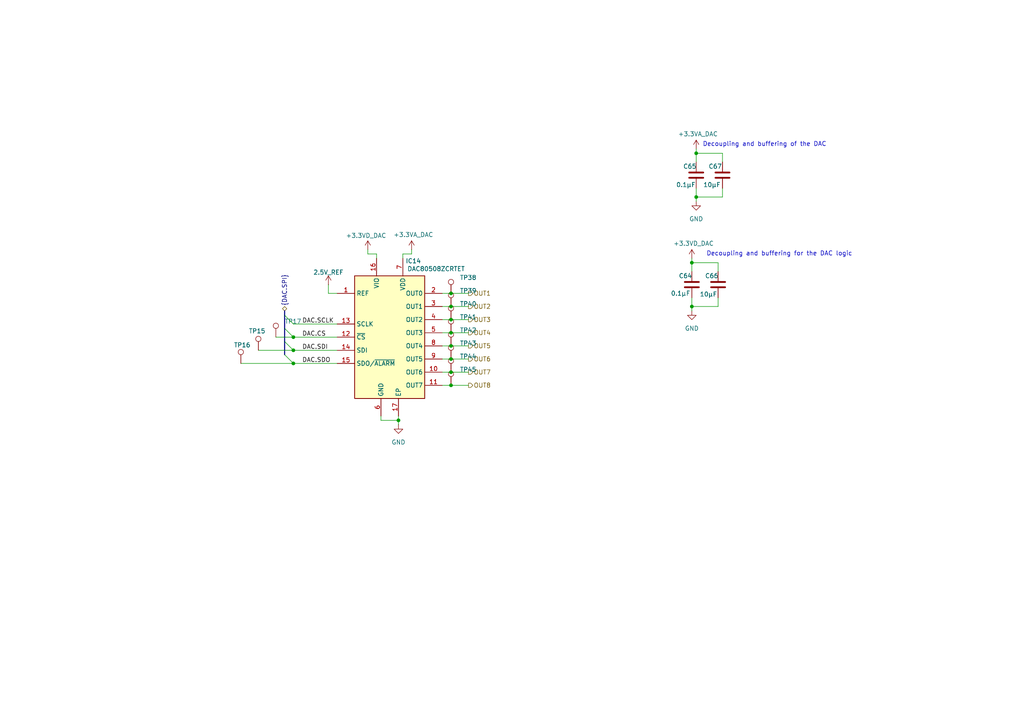
<source format=kicad_sch>
(kicad_sch (version 20250114) (generator "eeschema") (generator_version "9.0")
  (paper "A4")
  (lib_symbols
    (symbol "Connector:TestPoint" (pin_numbers (hide yes)) (pin_names (offset 0.762) (hide yes))
      (property "Reference" "TP" (at 0 6.858 0))
      (property "Value" "TestPoint" (at 0 5.08 0))
      (symbol "TestPoint_0_1"
        (circle (center 0 3.302) (radius 0.762))
      )
      (symbol "TestPoint_1_1"
        (pin passive line (at 0 0 90) (length 2.54) (name "1") (number "1"))
      )
    )
    (symbol "Device:C" (pin_numbers (hide yes)) (pin_names (offset 0.254))
      (property "Reference" "C" (at 0.635 2.54 0))
      (property "Value" "C" (at 0.635 -2.54 0))
      (symbol "C_0_1"
        (polyline (pts (xy -2.032 0.762) (xy 2.032 0.762)) (stroke (width 0.508)))
        (polyline (pts (xy -2.032 -0.762) (xy 2.032 -0.762)) (stroke (width 0.508)))
      )
      (symbol "C_1_1"
        (pin passive line (at 0 3.81 270) (length 2.794) (name "~") (number "1"))
        (pin passive line (at 0 -3.81 90) (length 2.794) (name "~") (number "2"))
      )
    )
    (symbol "SamacSys_Parts:DAC80508ZCRTET"
      (property "Reference" "IC4" (at 22.098 22.098 0))
      (property "Value" "DAC80508ZCRTET" (at 28.702 19.812 0))
      (symbol "DAC80508ZCRTET_1_1"
        (rectangle (start 5.08 17.78) (end 25.4 -17.78) (stroke (width 0.254)) (fill (type background)))
        (pin passive line (at 0 12.7 0) (length 5.08) (name "REF") (number "1"))
        (pin passive line (at 0 3.81 0) (length 5.08) (name "SCLK") (number "13"))
        (pin passive line (at 0 0 0) (length 5.08) (name "~{CS}") (number "12"))
        (pin passive line (at 0 -3.81 0) (length 5.08) (name "SDI") (number "14"))
        (pin passive line (at 0 -7.62 0) (length 5.08) (name "SDO/~{ALARM}") (number "15"))
        (pin passive line (at 11.43 22.86 270) (length 5.08) (name "VIO") (number "16"))
        (pin passive line (at 12.7 -22.86 90) (length 5.08) (name "GND") (number "6"))
        (pin passive line (at 17.78 -22.86 90) (length 5.08) (name "EP") (number "17"))
        (pin passive line (at 19.05 22.86 270) (length 5.08) (name "VDD") (number "7"))
        (pin passive line (at 30.48 12.7 180) (length 5.08) (name "OUT0") (number "2"))
        (pin passive line (at 30.48 8.89 180) (length 5.08) (name "OUT1") (number "3"))
        (pin passive line (at 30.48 5.08 180) (length 5.08) (name "OUT2") (number "4"))
        (pin passive line (at 30.48 1.27 180) (length 5.08) (name "OUT3") (number "5"))
        (pin passive line (at 30.48 -2.54 180) (length 5.08) (name "OUT4") (number "8"))
        (pin passive line (at 30.48 -6.35 180) (length 5.08) (name "OUT5") (number "9"))
        (pin passive line (at 30.48 -10.16 180) (length 5.08) (name "OUT6") (number "10"))
        (pin passive line (at 30.48 -13.97 180) (length 5.08) (name "OUT7") (number "11"))
      )
    )
    (symbol "power:+3.3V" (power) (pin_numbers (hide yes)) (pin_names (offset 0) (hide yes))
      (property "Value" "+3.3V" (at 0 3.556 0))
      (symbol "+3.3V_0_1"
        (polyline (pts (xy -0.762 1.27) (xy 0 2.54)))
        (polyline (pts (xy 0 2.54) (xy 0.762 1.27)))
        (polyline (pts (xy 0 0) (xy 0 2.54)))
      )
      (symbol "+3.3V_1_1"
        (pin power_in line (at 0 0 90) (length 0) (name "~") (number "1"))
      )
    )
    (symbol "power:GND" (power) (pin_numbers (hide yes)) (pin_names (offset 0) (hide yes))
      (property "Value" "GND" (at 0 -3.81 0))
      (symbol "GND_0_1"
        (polyline (pts (xy 0 0) (xy 0 -1.27) (xy 1.27 -1.27) (xy 0 -2.54) (xy -1.27 -1.27) (xy 0 -1.27)))
      )
      (symbol "GND_1_1"
        (pin power_in line (at 0 0 270) (length 0) (name "~") (number "1"))
      )
    )
  )
  (bus_alias "DAC.SPI" (members "DAC.SCLK" "DAC.CS" "DAC.SDI" "DAC.SDO"))
  (text "Decoupling and buffering of the DAC " (at 222.25 41.91 0) (effects (font (size 1.27 1.27))))
  (text "Decoupling and buffering for the DAC logic" (at 226.06 73.66 0) (effects (font (size 1.27 1.27))))
  (junction (at 130.81 100.33))
  (junction (at 85.09 97.79))
  (junction (at 130.81 92.71))
  (junction (at 130.81 104.14))
  (junction (at 201.93 57.15))
  (junction (at 201.93 44.45))
  (junction (at 200.66 76.2))
  (junction (at 130.81 111.76))
  (junction (at 130.81 107.95))
  (junction (at 85.09 101.6))
  (junction (at 130.81 88.9))
  (junction (at 85.09 105.41))
  (junction (at 130.81 96.52))
  (junction (at 130.81 85.09))
  (junction (at 200.66 88.9))
  (junction (at 115.57 121.92))
  (bus_entry (at 82.55 99.06) (size 2.54 2.54))
  (bus_entry (at 82.55 91.44) (size 2.54 2.54))
  (bus_entry (at 82.55 102.87) (size 2.54 2.54))
  (bus_entry (at 82.55 95.25) (size 2.54 2.54))
  (wire (pts (xy 201.93 43.18) (xy 201.93 44.45)))
  (wire (pts (xy 130.81 104.14) (xy 135.89 104.14)))
  (wire (pts (xy 128.27 96.52) (xy 130.81 96.52)))
  (wire (pts (xy 69.85 105.41) (xy 85.09 105.41)))
  (wire (pts (xy 128.27 88.9) (xy 130.81 88.9)))
  (wire (pts (xy 106.68 73.66) (xy 109.22 73.66)))
  (wire (pts (xy 130.81 96.52) (xy 135.89 96.52)))
  (wire (pts (xy 95.25 85.09) (xy 97.79 85.09)))
  (wire (pts (xy 119.38 72.39) (xy 119.38 73.66)))
  (wire (pts (xy 209.55 54.61) (xy 209.55 57.15)))
  (wire (pts (xy 128.27 104.14) (xy 130.81 104.14)))
  (wire (pts (xy 106.68 72.39) (xy 106.68 73.66)))
  (wire (pts (xy 128.27 92.71) (xy 130.81 92.71)))
  (wire (pts (xy 116.84 73.66) (xy 116.84 74.93)))
  (wire (pts (xy 200.66 88.9) (xy 200.66 90.17)))
  (wire (pts (xy 80.01 97.79) (xy 85.09 97.79)))
  (wire (pts (xy 200.66 88.9) (xy 208.28 88.9)))
  (wire (pts (xy 119.38 73.66) (xy 116.84 73.66)))
  (wire (pts (xy 128.27 107.95) (xy 130.81 107.95)))
  (wire (pts (xy 85.09 93.98) (xy 97.79 93.98)))
  (wire (pts (xy 110.49 121.92) (xy 115.57 121.92)))
  (wire (pts (xy 201.93 44.45) (xy 201.93 46.99)))
  (bus (pts (xy 82.55 99.06) (xy 82.55 102.87)))
  (wire (pts (xy 130.81 88.9) (xy 135.89 88.9)))
  (wire (pts (xy 130.81 111.76) (xy 135.89 111.76)))
  (wire (pts (xy 201.93 57.15) (xy 209.55 57.15)))
  (wire (pts (xy 200.66 76.2) (xy 200.66 78.74)))
  (wire (pts (xy 85.09 105.41) (xy 97.79 105.41)))
  (wire (pts (xy 95.25 82.55) (xy 95.25 85.09)))
  (bus (pts (xy 82.55 91.44) (xy 82.55 95.25)))
  (wire (pts (xy 200.66 74.93) (xy 200.66 76.2)))
  (wire (pts (xy 201.93 44.45) (xy 209.55 44.45)))
  (wire (pts (xy 208.28 76.2) (xy 208.28 78.74)))
  (wire (pts (xy 128.27 111.76) (xy 130.81 111.76)))
  (wire (pts (xy 110.49 120.65) (xy 110.49 121.92)))
  (wire (pts (xy 115.57 121.92) (xy 115.57 123.19)))
  (wire (pts (xy 200.66 76.2) (xy 208.28 76.2)))
  (wire (pts (xy 85.09 97.79) (xy 97.79 97.79)))
  (wire (pts (xy 128.27 85.09) (xy 130.81 85.09)))
  (wire (pts (xy 130.81 92.71) (xy 135.89 92.71)))
  (wire (pts (xy 130.81 85.09) (xy 135.89 85.09)))
  (wire (pts (xy 201.93 57.15) (xy 201.93 58.42)))
  (wire (pts (xy 128.27 100.33) (xy 130.81 100.33)))
  (wire (pts (xy 209.55 44.45) (xy 209.55 46.99)))
  (wire (pts (xy 208.28 86.36) (xy 208.28 88.9)))
  (wire (pts (xy 85.09 101.6) (xy 97.79 101.6)))
  (wire (pts (xy 109.22 73.66) (xy 109.22 74.93)))
  (wire (pts (xy 115.57 120.65) (xy 115.57 121.92)))
  (wire (pts (xy 201.93 54.61) (xy 201.93 57.15)))
  (wire (pts (xy 130.81 100.33) (xy 135.89 100.33)))
  (wire (pts (xy 130.81 107.95) (xy 135.89 107.95)))
  (bus (pts (xy 82.55 90.17) (xy 82.55 91.44)))
  (wire (pts (xy 200.66 86.36) (xy 200.66 88.9)))
  (bus (pts (xy 82.55 95.25) (xy 82.55 99.06)))
  (wire (pts (xy 74.93 101.6) (xy 85.09 101.6)))
  (label "DAC.SDO" (at 87.63 105.41 0))
  (label "DAC.SDI" (at 87.63 101.6 0))
  (label "DAC.SCLK" (at 87.63 93.98 0))
  (label "DAC.CS" (at 87.63 97.79 0))
  (hierarchical_label "OUT7" (shape output) (at 135.89 107.95 0))
  (hierarchical_label "OUT8" (shape output) (at 135.89 111.76 0))
  (hierarchical_label "OUT1" (shape output) (at 135.89 85.09 0))
  (hierarchical_label "OUT5" (shape output) (at 135.89 100.33 0))
  (hierarchical_label "OUT6" (shape output) (at 135.89 104.14 0))
  (hierarchical_label "OUT3" (shape output) (at 135.89 92.71 0))
  (hierarchical_label "OUT4" (shape output) (at 135.89 96.52 0))
  (hierarchical_label "{DAC.SPI}" (shape bidirectional) (at 82.55 90.17 90))
  (hierarchical_label "OUT2" (shape output) (at 135.89 88.9 0))
  (symbol (lib_id "Connector:TestPoint") (at 130.81 88.9 0) (unit 1)
    (property "Reference" "TP39" (at 133.35 84.3279 0) (effects (justify left)))
    (property "Value" "TestPoint" (effects (hide yes)))
    (property "Footprint" "TestPoint:TestPoint_Keystone_5000-5004_Miniature" (effects (hide yes)))
    (property "Description" "test point" (effects (hide yes)))
  )
  (symbol (lib_id "Connector:TestPoint") (at 130.81 85.09 0) (unit 1)
    (property "Reference" "TP38" (at 133.35 80.5179 0) (effects (justify left)))
    (property "Value" "TestPoint" (effects (hide yes)))
    (property "Footprint" "TestPoint:TestPoint_Keystone_5000-5004_Miniature" (effects (hide yes)))
    (property "Description" "test point" (effects (hide yes)))
  )
  (symbol (lib_id "Connector:TestPoint") (at 130.81 92.71 0) (unit 1)
    (property "Reference" "TP40" (at 133.35 88.1379 0) (effects (justify left)))
    (property "Value" "TestPoint" (effects (hide yes)))
    (property "Footprint" "TestPoint:TestPoint_Keystone_5000-5004_Miniature" (effects (hide yes)))
    (property "Description" "test point" (effects (hide yes)))
  )
  (symbol (lib_id "Device:C") (at 201.93 50.8 0) (unit 1)
    (property "Reference" "C65" (at 198.12 48.26 0) (effects (justify left)))
    (property "Value" "0.1µF" (at 196.088 53.594 0) (effects (justify left)))
    (property "Footprint" "Capacitor_SMD:C_0402_1005Metric" (effects (hide yes)))
    (property "Description" "Unpolarized capacitor" (effects (hide yes)))
  )
  (symbol (lib_id "Connector:TestPoint") (at 80.01 97.79 0) (unit 1)
    (property "Reference" "TP17" (at 82.55 93.2179 0) (effects (justify left)))
    (property "Value" "TestPoint" (effects (hide yes)))
    (property "Footprint" "TestPoint:TestPoint_Keystone_5000-5004_Miniature" (effects (hide yes)))
    (property "Description" "test point" (effects (hide yes)))
  )
  (symbol (lib_id "Connector:TestPoint") (at 130.81 104.14 0) (unit 1)
    (property "Reference" "TP43" (at 133.35 99.5679 0) (effects (justify left)))
    (property "Value" "TestPoint" (effects (hide yes)))
    (property "Footprint" "TestPoint:TestPoint_Keystone_5000-5004_Miniature" (effects (hide yes)))
    (property "Description" "test point" (effects (hide yes)))
  )
  (symbol (lib_id "power:GND") (at 200.66 90.17 0) (unit 1)
    (property "Reference" "#PWR0113" (effects (hide yes)))
    (property "Value" "GND" (at 200.66 95.25 0))
    (property "Description" "Power symbol creates a global label with name \"GND\" , ground" (effects (hide yes)))
  )
  (symbol (lib_id "Connector:TestPoint") (at 130.81 100.33 0) (unit 1)
    (property "Reference" "TP42" (at 133.35 95.7579 0) (effects (justify left)))
    (property "Value" "TestPoint" (effects (hide yes)))
    (property "Footprint" "TestPoint:TestPoint_Keystone_5000-5004_Miniature" (effects (hide yes)))
    (property "Description" "test point" (effects (hide yes)))
  )
  (symbol (lib_id "power:+3.3V") (at 95.25 82.55 0) (unit 1)
    (property "Reference" "#PWR0108" (effects (hide yes)))
    (property "Value" "2.5V_REF" (at 95.25 78.994 0))
    (property "Description" "Power symbol creates a global label with name \"+3.3V\"" (effects (hide yes)))
  )
  (symbol (lib_id "SamacSys_Parts:DAC80508ZCRTET") (at 97.79 97.79 0) (unit 1)
    (property "Reference" "IC14" (at 119.888 75.692 0))
    (property "Value" "DAC80508ZCRTET" (at 126.492 77.978 0))
    (property "Footprint" "SamacSys_Parts:QFN50P300X300X80-17N-D" (effects (hide yes)))
    (property "Datasheet" "http://www.ti.com/lit/gpn/DAC80508" (effects (hide yes)))
    (property "Height" "0.8" (effects (hide yes)))
    (property "Manufacturer_Name" "Texas Instruments" (effects (hide yes)))
    (property "Manufacturer_Part_Number" "DAC80508ZCRTET" (effects (hide yes)))
    (property "Mouser Part Number" "595-DAC80508ZCRTET" (effects (hide yes)))
    (property "Mouser Price/Stock" "https://www.mouser.co.uk/ProductDetail/Texas-Instruments/DAC80508ZCRTET?qs=lc2O%252BfHJPVb9t9ZIemdRSA%3D%3D" (effects (hide yes)))
    (property "Arrow Part Number" "DAC80508ZCRTET" (effects (hide yes)))
    (property "Arrow Price/Stock" "https://www.arrow.com/en/products/dac80508zcrtet/texas-instruments?utm_currency=USD&region=nac" (effects (hide yes)))
  )
  (symbol (lib_id "Connector:TestPoint") (at 130.81 107.95 0) (unit 1)
    (property "Reference" "TP44" (at 133.35 103.3779 0) (effects (justify left)))
    (property "Value" "TestPoint" (effects (hide yes)))
    (property "Footprint" "TestPoint:TestPoint_Keystone_5000-5004_Miniature" (effects (hide yes)))
    (property "Description" "test point" (effects (hide yes)))
  )
  (symbol (lib_id "Device:C") (at 209.55 50.8 0) (unit 1)
    (property "Reference" "C67" (at 205.486 48.26 0) (effects (justify left)))
    (property "Value" "10µF" (at 203.962 53.594 0) (effects (justify left)))
    (property "Footprint" "Capacitor_SMD:C_0603_1608Metric" (effects (hide yes)))
    (property "Description" "Unpolarized capacitor" (effects (hide yes)))
  )
  (symbol (lib_id "Device:C") (at 200.66 82.55 0) (unit 1)
    (property "Reference" "C64" (at 196.85 80.01 0) (effects (justify left)))
    (property "Value" "0.1µF" (at 194.564 85.09 0) (effects (justify left)))
    (property "Footprint" "Capacitor_SMD:C_0402_1005Metric" (effects (hide yes)))
    (property "Description" "Unpolarized capacitor" (effects (hide yes)))
  )
  (symbol (lib_id "power:+3.3V") (at 119.38 72.39 0) (unit 1)
    (property "Reference" "#PWR0111" (effects (hide yes)))
    (property "Value" "+3.3VA_DAC" (at 119.888 68.072 0))
    (property "Description" "Power symbol creates a global label with name \"+3.3V\"" (effects (hide yes)))
  )
  (symbol (lib_id "power:+3.3V") (at 106.68 72.39 0) (unit 1)
    (property "Reference" "#PWR0109" (effects (hide yes)))
    (property "Value" "+3.3VD_DAC" (at 106.172 68.326 0))
    (property "Description" "Power symbol creates a global label with name \"+3.3V\"" (effects (hide yes)))
  )
  (symbol (lib_id "power:+3.3V") (at 200.66 74.93 0) (unit 1)
    (property "Reference" "#PWR0112" (effects (hide yes)))
    (property "Value" "+3.3VD_DAC" (at 201.168 70.612 0))
    (property "Description" "Power symbol creates a global label with name \"+3.3V\"" (effects (hide yes)))
  )
  (symbol (lib_id "Device:C") (at 208.28 82.55 0) (unit 1)
    (property "Reference" "C66" (at 204.47 80.01 0) (effects (justify left)))
    (property "Value" "10µF" (at 202.946 85.344 0) (effects (justify left)))
    (property "Footprint" "Capacitor_SMD:C_0603_1608Metric" (effects (hide yes)))
    (property "Description" "Unpolarized capacitor" (effects (hide yes)))
  )
  (symbol (lib_id "Connector:TestPoint") (at 69.85 105.41 0) (unit 1)
    (property "Reference" "TP16" (at 67.818 100.076 0) (effects (justify left)))
    (property "Value" "TestPoint" (effects (hide yes)))
    (property "Footprint" "TestPoint:TestPoint_Keystone_5000-5004_Miniature" (effects (hide yes)))
    (property "Description" "test point" (effects (hide yes)))
  )
  (symbol (lib_id "power:GND") (at 115.57 123.19 0) (unit 1)
    (property "Reference" "#PWR0110" (effects (hide yes)))
    (property "Value" "GND" (at 115.57 128.27 0))
    (property "Description" "Power symbol creates a global label with name \"GND\" , ground" (effects (hide yes)))
  )
  (symbol (lib_id "Connector:TestPoint") (at 130.81 96.52 0) (unit 1)
    (property "Reference" "TP41" (at 133.35 91.9479 0) (effects (justify left)))
    (property "Value" "TestPoint" (effects (hide yes)))
    (property "Footprint" "TestPoint:TestPoint_Keystone_5000-5004_Miniature" (effects (hide yes)))
    (property "Description" "test point" (effects (hide yes)))
  )
  (symbol (lib_id "power:+3.3V") (at 201.93 43.18 0) (unit 1)
    (property "Reference" "#PWR0114" (effects (hide yes)))
    (property "Value" "+3.3VA_DAC" (at 202.438 38.862 0))
    (property "Description" "Power symbol creates a global label with name \"+3.3V\"" (effects (hide yes)))
  )
  (symbol (lib_id "power:GND") (at 201.93 58.42 0) (unit 1)
    (property "Reference" "#PWR0115" (effects (hide yes)))
    (property "Value" "GND" (at 201.93 63.5 0))
    (property "Description" "Power symbol creates a global label with name \"GND\" , ground" (effects (hide yes)))
  )
  (symbol (lib_id "Connector:TestPoint") (at 74.93 101.6 0) (unit 1)
    (property "Reference" "TP15" (at 72.136 96.012 0) (effects (justify left)))
    (property "Value" "TestPoint" (effects (hide yes)))
    (property "Footprint" "TestPoint:TestPoint_Keystone_5000-5004_Miniature" (effects (hide yes)))
    (property "Description" "test point" (effects (hide yes)))
  )
  (symbol (lib_id "Connector:TestPoint") (at 130.81 111.76 0) (unit 1)
    (property "Reference" "TP45" (at 133.35 107.1879 0) (effects (justify left)))
    (property "Value" "TestPoint" (effects (hide yes)))
    (property "Footprint" "TestPoint:TestPoint_Keystone_5000-5004_Miniature" (effects (hide yes)))
    (property "Description" "test point" (effects (hide yes)))
  )
)
</source>
